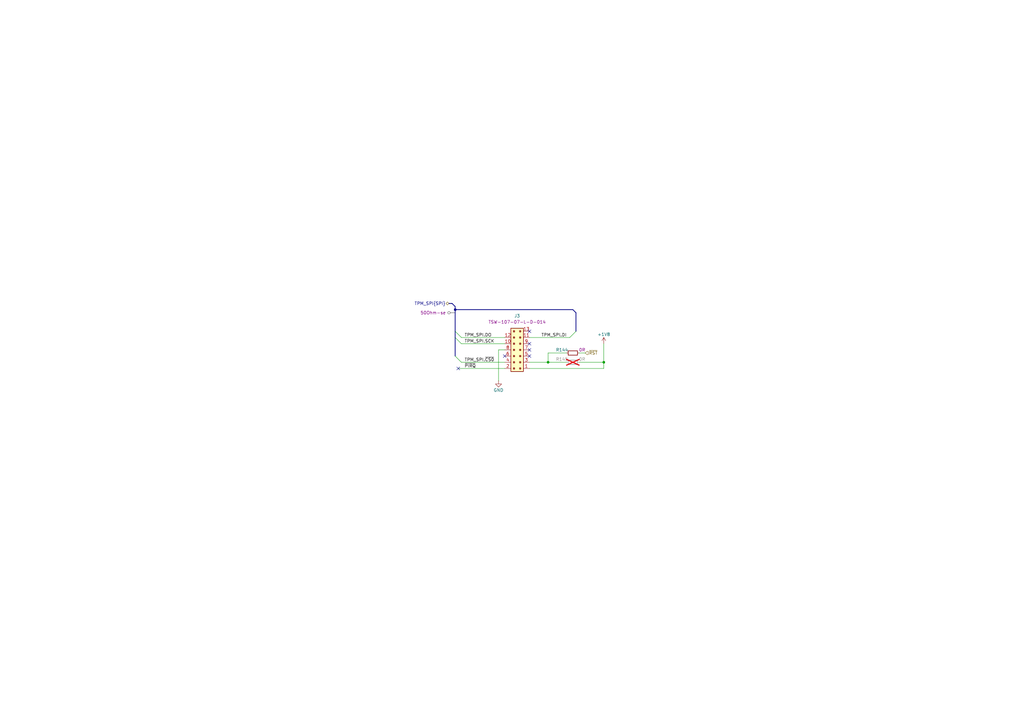
<source format=kicad_sch>
(kicad_sch (version 20250114) (generator "eeschema") (generator_version "9.0")
  (paper "A3")
  (title_block (title "BMC Reference Carrier Board") (date "2025-08-14") (rev "1.0.0"))
  (lib_symbols
    (symbol "antmicroGenericPinHeaders:PinHeader_2x7_P2.54mm_Drill1.02mm_ TSW-107-07-L-D-014"
      (property "Reference" "J" (at 25.4 -2.54 0))
      (property "MPN" "TSW-107-07-L-D-014" (at 25.4 -12.7 0))
      (symbol "PinHeader_2x7_P2.54mm_Drill1.02mm_ TSW-107-07-L-D-014_1_1"
        (rectangle (start 2.54 1.27) (end 7.62 -16.51) (stroke (width 0.254)) (fill (type background)))
        (rectangle (start 3.556 0.254) (end 4.064 -0.254) (stroke (width 0.254)) (fill (type background)))
        (rectangle (start 3.556 -2.286) (end 4.064 -2.794) (stroke (width 0.254)) (fill (type background)))
        (rectangle (start 3.556 -4.826) (end 4.064 -5.334) (stroke (width 0.254)) (fill (type background)))
        (rectangle (start 3.556 -7.366) (end 4.064 -7.874) (stroke (width 0.254)) (fill (type background)))
        (rectangle (start 3.556 -9.906) (end 4.064 -10.414) (stroke (width 0.254)) (fill (type background)))
        (rectangle (start 3.556 -12.446) (end 4.064 -12.954) (stroke (width 0.254)) (fill (type background)))
        (rectangle (start 3.556 -14.986) (end 4.064 -15.494) (stroke (width 0.254)) (fill (type background)))
        (rectangle (start 6.096 0.254) (end 6.604 -0.254) (stroke (width 0.254)) (fill (type background)))
        (rectangle (start 6.096 -2.286) (end 6.604 -2.794) (stroke (width 0.254)) (fill (type background)))
        (rectangle (start 6.096 -4.826) (end 6.604 -5.334) (stroke (width 0.254)) (fill (type background)))
        (rectangle (start 6.096 -7.366) (end 6.604 -7.874) (stroke (width 0.254)) (fill (type background)))
        (rectangle (start 6.096 -9.906) (end 6.604 -10.414) (stroke (width 0.254)) (fill (type background)))
        (rectangle (start 6.096 -12.446) (end 6.604 -12.954) (stroke (width 0.254)) (fill (type background)))
        (rectangle (start 6.096 -14.986) (end 6.604 -15.494) (stroke (width 0.254)) (fill (type background)))
        (pin passive line (at 0 0 0) (length 2.54) (name "~") (number "1"))
        (pin passive line (at 0 -2.54 0) (length 2.54) (name "~") (number "3"))
        (pin passive line (at 0 -5.08 0) (length 2.54) (name "~") (number "5"))
        (pin passive line (at 0 -7.62 0) (length 2.54) (name "~") (number "7"))
        (pin passive line (at 0 -10.16 0) (length 2.54) (name "~") (number "9"))
        (pin passive line (at 0 -12.7 0) (length 2.54) (name "~") (number "11"))
        (pin passive line (at 0 -15.24 0) (length 2.54) (name "~") (number "13"))
        (pin passive line (at 10.16 0 180) (length 2.54) (name "~") (number "2"))
        (pin passive line (at 10.16 -2.54 180) (length 2.54) (name "~") (number "4"))
        (pin passive line (at 10.16 -5.08 180) (length 2.54) (name "~") (number "6"))
        (pin passive line (at 10.16 -7.62 180) (length 2.54) (name "~") (number "8"))
        (pin passive line (at 10.16 -10.16 180) (length 2.54) (name "~") (number "10"))
        (pin passive line (at 10.16 -12.7 180) (length 2.54) (name "~") (number "12"))
      )
    )
    (symbol "antmicroResistors0402:R_0R_0402" (pin_numbers (hide yes)) (pin_names (hide yes))
      (property "Reference" "R" (at 20.32 -5.08 0))
      (property "Val" "0R" (at 20.32 -7.62 0))
      (symbol "R_0R_0402_0_1"
        (rectangle (start 0.635 0.889) (end 4.445 -0.889) (stroke (width 0.254)))
      )
      (symbol "R_0R_0402_1_1"
        (pin passive line (at 0 0 0) (length 0.635) (name "~") (number "1"))
        (pin passive line (at 5.08 0 180) (length 0.635) (name "~") (number "2"))
      )
    )
    (symbol "antmicropower:+1V8" (power) (pin_numbers (hide yes)) (pin_names (hide yes))
      (property "Value" "+1V8" (at -3.175 2.54 0))
      (symbol "+1V8_1_1"
        (polyline (pts (xy -0.762 1.27) (xy 0 2.54)) (fill (type background)))
        (polyline (pts (xy 0 2.54) (xy 0.762 1.27)) (fill (type background)))
        (polyline (pts (xy 0 0) (xy 0 2.54)) (fill (type background)))
        (pin power_in line (at 0 0 90) (length 0) (hide yes) (name "+1V8") (number "1"))
      )
    )
    (symbol "antmicropower:GND" (power) (pin_numbers (hide yes)) (pin_names (hide yes))
      (property "Value" "GND" (at 8.89 -5.08 0))
      (symbol "GND_1_1"
        (polyline (pts (xy 0 0) (xy 0 -1.27) (xy 1.27 -1.27) (xy 0 -2.54) (xy -1.27 -1.27) (xy 0 -1.27)))
        (pin power_in line (at 0 0 270) (length 0) (name "GND") (number "1"))
      )
    )
  )
  (junction (at 224.79 148.59))
  (junction (at 247.65 148.59))
  (junction (at 186.69 127))
  (no_connect (at 217.17 143.51))
  (no_connect (at 187.96 151.13))
  (no_connect (at 207.01 146.05))
  (no_connect (at 217.17 135.89))
  (no_connect (at 217.17 140.97))
  (no_connect (at 217.17 146.05))
  (bus_entry (at 186.69 138.43) (size 2.54 2.54))
  (bus_entry (at 186.69 135.89) (size 2.54 2.54))
  (bus_entry (at 186.69 146.05) (size 2.54 2.54))
  (bus_entry (at 236.22 135.89) (size -2.54 2.54))
  (wire (pts (xy 224.79 148.59) (xy 232.41 148.59)))
  (bus (pts (xy 186.69 135.89) (xy 186.69 138.43)))
  (wire (pts (xy 247.65 140.97) (xy 247.65 148.59)))
  (wire (pts (xy 187.96 151.13) (xy 207.01 151.13)))
  (wire (pts (xy 189.23 138.43) (xy 207.01 138.43)))
  (bus (pts (xy 184.15 124.46) (xy 185.42 124.46)))
  (wire (pts (xy 224.79 144.78) (xy 224.79 148.59)))
  (bus (pts (xy 186.69 127) (xy 234.95 127)))
  (wire (pts (xy 224.79 144.78) (xy 232.41 144.78)))
  (bus (pts (xy 186.69 138.43) (xy 186.69 146.05)))
  (wire (pts (xy 217.17 148.59) (xy 224.79 148.59)))
  (wire (pts (xy 189.23 140.97) (xy 207.01 140.97)))
  (bus (pts (xy 186.69 125.73) (xy 186.69 127)))
  (wire (pts (xy 237.49 148.59) (xy 247.65 148.59)))
  (bus (pts (xy 236.22 135.89) (xy 236.22 128.27)))
  (wire (pts (xy 189.23 148.59) (xy 207.01 148.59)))
  (wire (pts (xy 217.17 151.13) (xy 247.65 151.13)))
  (wire (pts (xy 217.17 138.43) (xy 233.68 138.43)))
  (wire (pts (xy 247.65 148.59) (xy 247.65 151.13)))
  (bus (pts (xy 236.22 128.27) (xy 234.95 127)))
  (wire (pts (xy 237.49 144.78) (xy 240.03 144.78)))
  (bus (pts (xy 186.69 127) (xy 186.69 135.89)))
  (bus (pts (xy 186.69 125.73) (xy 185.42 124.46)))
  (wire (pts (xy 204.47 143.51) (xy 204.47 156.21)))
  (wire (pts (xy 204.47 143.51) (xy 207.01 143.51)))
  (label "TPM_SPI.~{CS0}" (at 190.5 148.59 0))
  (label "TPM_SPI.DI" (at 232.41 138.43 180))
  (label "~{PIRQ}" (at 190.5 151.13 0))
  (label "TPM_SPI.SCK" (at 190.5 140.97 0))
  (label "TPM_SPI.DO" (at 190.5 138.43 0))
  (hierarchical_label "~{RST}" (shape input) (at 240.03 144.78 0))
  (hierarchical_label "TPM_SPI{SPI}" (shape bidirectional) (at 184.15 124.46 180))
  (netclass_flag "" (length 2.54) (shape round) (at 186.69 128.27 90) (property "Netclass" "50Ohm-se" (at 182.88 128.27 0) (effects (justify right))))
  (symbol (lib_id "antmicroGenericPinHeaders:PinHeader_2x7_P2.54mm_Drill1.02mm_ TSW-107-07-L-D-014") (at 217.17 151.13 180) (unit 1)
    (property "Reference" "J3" (at 212.09 129.54 0))
    (property "Value" "PinHeader_2x7_P2.54mm_Drill1.02mm_ TSW-107-07-L-D-014" (effects (hide yes)))
    (property "Footprint" "antmicro-footprints:PinHeader_2x7_P2.54mm_Drill1.02mm_TSW-107-07-L-D-014" (effects (hide yes)))
    (property "Datasheet" "https://www.molex.com/en-us/products/part-detail-pdf/878311420?display=pdf" (effects (hide yes)))
    (property "Description" "Pin Header, 2 Rows, 13 Contacts, 2.54mm" (effects (hide yes)))
    (property "MPN" "TSW-107-07-L-D-014" (at 212.09 132.08 0))
    (property "Manufacturer" "Samtec" (effects (hide yes)))
    (property "Author" "Antmicro" (effects (hide yes)))
    (property "License" "Apache-2.0" (effects (hide yes)))
  )
  (symbol (lib_id "antmicroResistors0402:R_0R_0402") (at 232.41 144.78 0) (unit 1)
    (property "Reference" "R144" (at 230.505 143.51 0))
    (property "Value" "R_0R_0402" (effects (hide yes)))
    (property "Footprint" "antmicro-footprints:R_0402_1005Metric" (effects (hide yes)))
    (property "Datasheet" "https://industrial.panasonic.com/cdbs/www-data/pdf/RDA0000/AOA0000C301.pdf" (effects (hide yes)))
    (property "Description" "SMD Chip Resistor, Jumper, 0 ohm, 100 mW, 0402 [1005 Metric], Thick Film, General Purpose" (effects (hide yes)))
    (property "MPN" "ERJ2GE0R00X" (effects (hide yes)))
    (property "Manufacturer" "Panasonic" (effects (hide yes)))
    (property "License" "Apache-2.0" (effects (hide yes)))
    (property "Author" "Antmicro" (effects (hide yes)))
    (property "Val" "0R" (at 238.76 143.51 0))
    (property "Current" "1A" (effects (hide yes)))
  )
  (symbol (lib_id "antmicropower:+1V8") (at 247.65 140.97 0) (unit 1)
    (property "Reference" "#PWR0103" (effects (hide yes)))
    (property "Value" "+1V8" (at 247.65 137.16 0))
    (property "Author" "Antmicro" (effects (hide yes)))
    (property "License" "Apache-2.0" (effects (hide yes)))
  )
  (symbol (lib_id "antmicropower:GND") (at 204.47 156.21 0) (unit 1)
    (property "Reference" "#PWR0102" (effects (hide yes)))
    (property "Value" "GND" (at 204.47 160.02 0))
    (property "Author" "Antmicro" (effects (hide yes)))
    (property "License" "Apache-2.0" (effects (hide yes)))
  )
  (symbol (lib_id "antmicroResistors0402:R_0R_0402") (at 232.41 148.59 0) (unit 1) (dnp yes)
    (property "Reference" "R145" (at 230.505 147.32 0))
    (property "Value" "R_0R_0402" (effects (hide yes)))
    (property "Footprint" "antmicro-footprints:R_0402_1005Metric" (effects (hide yes)))
    (property "Datasheet" "https://industrial.panasonic.com/cdbs/www-data/pdf/RDA0000/AOA0000C301.pdf" (effects (hide yes)))
    (property "Description" "SMD Chip Resistor, Jumper, 0 ohm, 100 mW, 0402 [1005 Metric], Thick Film, General Purpose" (effects (hide yes)))
    (property "MPN" "ERJ2GE0R00X" (effects (hide yes)))
    (property "Manufacturer" "Panasonic" (effects (hide yes)))
    (property "License" "Apache-2.0" (effects (hide yes)))
    (property "Author" "Antmicro" (effects (hide yes)))
    (property "Val" "0R" (at 238.76 147.32 0))
    (property "Current" "1A" (effects (hide yes)))
  )
)
</source>
